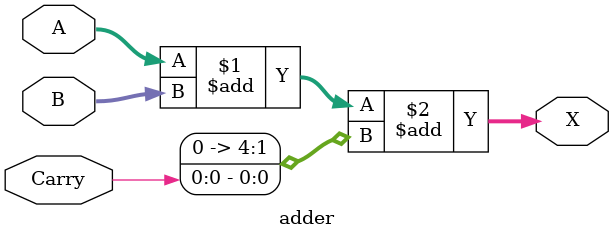
<source format=sv>
`timescale 1ns/1ps

module adder #(
    parameter integer DATA_W = 4
)(
    input logic unsigned[DATA_W -1 :0] A,
    input logic unsigned[DATA_W -1 :0] B,
    input logic Carry,
    output logic unsigned[DATA_W  :0] X
);
    assign X = A + B + {3'b0,Carry};
endmodule
</source>
